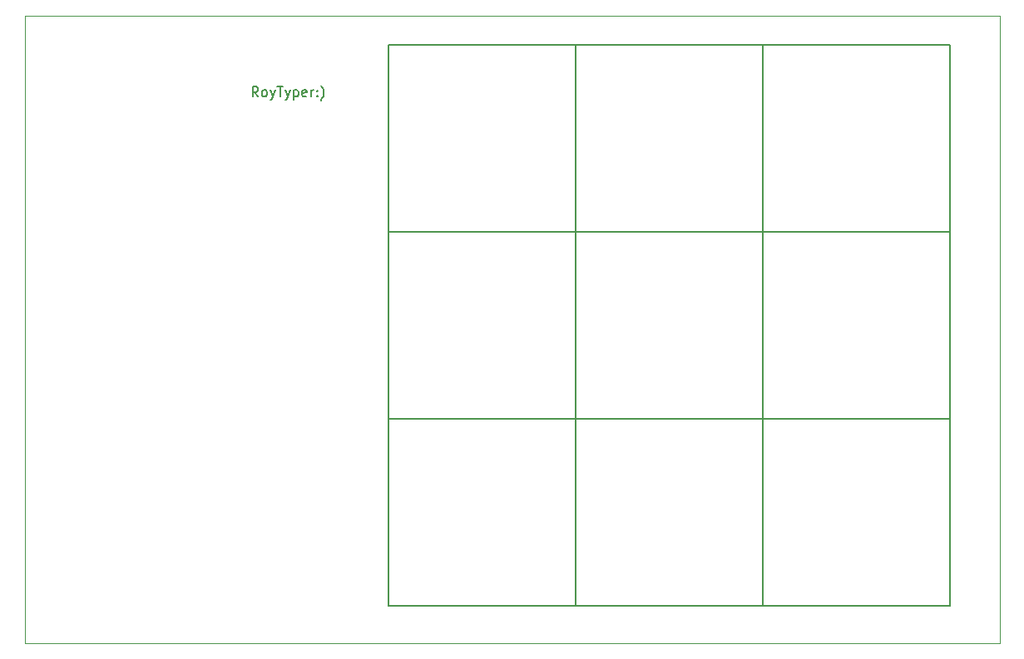
<source format=gbr>
%TF.GenerationSoftware,KiCad,Pcbnew,8.0.8*%
%TF.CreationDate,2025-02-16T15:54:53+05:30*%
%TF.ProjectId,RoyTyper,526f7954-7970-4657-922e-6b696361645f,rev?*%
%TF.SameCoordinates,Original*%
%TF.FileFunction,Paste,Bot*%
%TF.FilePolarity,Positive*%
%FSLAX46Y46*%
G04 Gerber Fmt 4.6, Leading zero omitted, Abs format (unit mm)*
G04 Created by KiCad (PCBNEW 8.0.8) date 2025-02-16 15:54:53*
%MOMM*%
%LPD*%
G01*
G04 APERTURE LIST*
%ADD10C,0.150000*%
%TA.AperFunction,Profile*%
%ADD11C,0.050000*%
%TD*%
G04 APERTURE END LIST*
D10*
%TO.C,SW3*%
X128325000Y-60325000D02*
X147375000Y-60325000D01*
X128325000Y-79375000D02*
X128325000Y-60325000D01*
X147375000Y-60325000D02*
X147375000Y-79375000D01*
X147375000Y-79375000D02*
X128325000Y-79375000D01*
%TO.C,SW6*%
X128325000Y-79375000D02*
X147375000Y-79375000D01*
X128325000Y-98425000D02*
X128325000Y-79375000D01*
X147375000Y-79375000D02*
X147375000Y-98425000D01*
X147375000Y-98425000D02*
X128325000Y-98425000D01*
%TO.C,SW1*%
X90225000Y-60325000D02*
X109275000Y-60325000D01*
X90225000Y-79375000D02*
X90225000Y-60325000D01*
X109275000Y-60325000D02*
X109275000Y-79375000D01*
X109275000Y-79375000D02*
X90225000Y-79375000D01*
%TO.C,SW4*%
X90225000Y-79375000D02*
X109275000Y-79375000D01*
X90225000Y-98425000D02*
X90225000Y-79375000D01*
X109275000Y-79375000D02*
X109275000Y-98425000D01*
X109275000Y-98425000D02*
X90225000Y-98425000D01*
%TO.C,SW5*%
X109275000Y-79375000D02*
X128325000Y-79375000D01*
X109275000Y-98425000D02*
X109275000Y-79375000D01*
X128325000Y-79375000D02*
X128325000Y-98425000D01*
X128325000Y-98425000D02*
X109275000Y-98425000D01*
%TO.C,SW2*%
X109275000Y-60325000D02*
X128325000Y-60325000D01*
X109275000Y-79375000D02*
X109275000Y-60325000D01*
X128325000Y-60325000D02*
X128325000Y-79375000D01*
X128325000Y-79375000D02*
X109275000Y-79375000D01*
%TO.C,SW9*%
X128325000Y-98425000D02*
X147375000Y-98425000D01*
X128325000Y-117475000D02*
X128325000Y-98425000D01*
X147375000Y-98425000D02*
X147375000Y-117475000D01*
X147375000Y-117475000D02*
X128325000Y-117475000D01*
%TO.C,SW7*%
X90225000Y-98425000D02*
X109275000Y-98425000D01*
X90225000Y-117475000D02*
X90225000Y-98425000D01*
X109275000Y-98425000D02*
X109275000Y-117475000D01*
X109275000Y-117475000D02*
X90225000Y-117475000D01*
%TO.C,SW8*%
X109275000Y-98425000D02*
X128325000Y-98425000D01*
X109275000Y-117475000D02*
X109275000Y-98425000D01*
X128325000Y-98425000D02*
X128325000Y-117475000D01*
X128325000Y-117475000D02*
X109275000Y-117475000D01*
%TD*%
D11*
X53215000Y-57345000D02*
X152445000Y-57345000D01*
X152445000Y-121285000D01*
X53215000Y-121285000D01*
X53215000Y-57345000D01*
D10*
X76983207Y-65604819D02*
X76649874Y-65128628D01*
X76411779Y-65604819D02*
X76411779Y-64604819D01*
X76411779Y-64604819D02*
X76792731Y-64604819D01*
X76792731Y-64604819D02*
X76887969Y-64652438D01*
X76887969Y-64652438D02*
X76935588Y-64700057D01*
X76935588Y-64700057D02*
X76983207Y-64795295D01*
X76983207Y-64795295D02*
X76983207Y-64938152D01*
X76983207Y-64938152D02*
X76935588Y-65033390D01*
X76935588Y-65033390D02*
X76887969Y-65081009D01*
X76887969Y-65081009D02*
X76792731Y-65128628D01*
X76792731Y-65128628D02*
X76411779Y-65128628D01*
X77554636Y-65604819D02*
X77459398Y-65557200D01*
X77459398Y-65557200D02*
X77411779Y-65509580D01*
X77411779Y-65509580D02*
X77364160Y-65414342D01*
X77364160Y-65414342D02*
X77364160Y-65128628D01*
X77364160Y-65128628D02*
X77411779Y-65033390D01*
X77411779Y-65033390D02*
X77459398Y-64985771D01*
X77459398Y-64985771D02*
X77554636Y-64938152D01*
X77554636Y-64938152D02*
X77697493Y-64938152D01*
X77697493Y-64938152D02*
X77792731Y-64985771D01*
X77792731Y-64985771D02*
X77840350Y-65033390D01*
X77840350Y-65033390D02*
X77887969Y-65128628D01*
X77887969Y-65128628D02*
X77887969Y-65414342D01*
X77887969Y-65414342D02*
X77840350Y-65509580D01*
X77840350Y-65509580D02*
X77792731Y-65557200D01*
X77792731Y-65557200D02*
X77697493Y-65604819D01*
X77697493Y-65604819D02*
X77554636Y-65604819D01*
X78221303Y-64938152D02*
X78459398Y-65604819D01*
X78697493Y-64938152D02*
X78459398Y-65604819D01*
X78459398Y-65604819D02*
X78364160Y-65842914D01*
X78364160Y-65842914D02*
X78316541Y-65890533D01*
X78316541Y-65890533D02*
X78221303Y-65938152D01*
X78935589Y-64604819D02*
X79507017Y-64604819D01*
X79221303Y-65604819D02*
X79221303Y-64604819D01*
X79745113Y-64938152D02*
X79983208Y-65604819D01*
X80221303Y-64938152D02*
X79983208Y-65604819D01*
X79983208Y-65604819D02*
X79887970Y-65842914D01*
X79887970Y-65842914D02*
X79840351Y-65890533D01*
X79840351Y-65890533D02*
X79745113Y-65938152D01*
X80602256Y-64938152D02*
X80602256Y-65938152D01*
X80602256Y-64985771D02*
X80697494Y-64938152D01*
X80697494Y-64938152D02*
X80887970Y-64938152D01*
X80887970Y-64938152D02*
X80983208Y-64985771D01*
X80983208Y-64985771D02*
X81030827Y-65033390D01*
X81030827Y-65033390D02*
X81078446Y-65128628D01*
X81078446Y-65128628D02*
X81078446Y-65414342D01*
X81078446Y-65414342D02*
X81030827Y-65509580D01*
X81030827Y-65509580D02*
X80983208Y-65557200D01*
X80983208Y-65557200D02*
X80887970Y-65604819D01*
X80887970Y-65604819D02*
X80697494Y-65604819D01*
X80697494Y-65604819D02*
X80602256Y-65557200D01*
X81887970Y-65557200D02*
X81792732Y-65604819D01*
X81792732Y-65604819D02*
X81602256Y-65604819D01*
X81602256Y-65604819D02*
X81507018Y-65557200D01*
X81507018Y-65557200D02*
X81459399Y-65461961D01*
X81459399Y-65461961D02*
X81459399Y-65081009D01*
X81459399Y-65081009D02*
X81507018Y-64985771D01*
X81507018Y-64985771D02*
X81602256Y-64938152D01*
X81602256Y-64938152D02*
X81792732Y-64938152D01*
X81792732Y-64938152D02*
X81887970Y-64985771D01*
X81887970Y-64985771D02*
X81935589Y-65081009D01*
X81935589Y-65081009D02*
X81935589Y-65176247D01*
X81935589Y-65176247D02*
X81459399Y-65271485D01*
X82364161Y-65604819D02*
X82364161Y-64938152D01*
X82364161Y-65128628D02*
X82411780Y-65033390D01*
X82411780Y-65033390D02*
X82459399Y-64985771D01*
X82459399Y-64985771D02*
X82554637Y-64938152D01*
X82554637Y-64938152D02*
X82649875Y-64938152D01*
X82983209Y-65509580D02*
X83030828Y-65557200D01*
X83030828Y-65557200D02*
X82983209Y-65604819D01*
X82983209Y-65604819D02*
X82935590Y-65557200D01*
X82935590Y-65557200D02*
X82983209Y-65509580D01*
X82983209Y-65509580D02*
X82983209Y-65604819D01*
X82983209Y-64985771D02*
X83030828Y-65033390D01*
X83030828Y-65033390D02*
X82983209Y-65081009D01*
X82983209Y-65081009D02*
X82935590Y-65033390D01*
X82935590Y-65033390D02*
X82983209Y-64985771D01*
X82983209Y-64985771D02*
X82983209Y-65081009D01*
X83364161Y-65985771D02*
X83411780Y-65938152D01*
X83411780Y-65938152D02*
X83507018Y-65795295D01*
X83507018Y-65795295D02*
X83554637Y-65700057D01*
X83554637Y-65700057D02*
X83602256Y-65557200D01*
X83602256Y-65557200D02*
X83649875Y-65319104D01*
X83649875Y-65319104D02*
X83649875Y-65128628D01*
X83649875Y-65128628D02*
X83602256Y-64890533D01*
X83602256Y-64890533D02*
X83554637Y-64747676D01*
X83554637Y-64747676D02*
X83507018Y-64652438D01*
X83507018Y-64652438D02*
X83411780Y-64509580D01*
X83411780Y-64509580D02*
X83364161Y-64461961D01*
M02*

</source>
